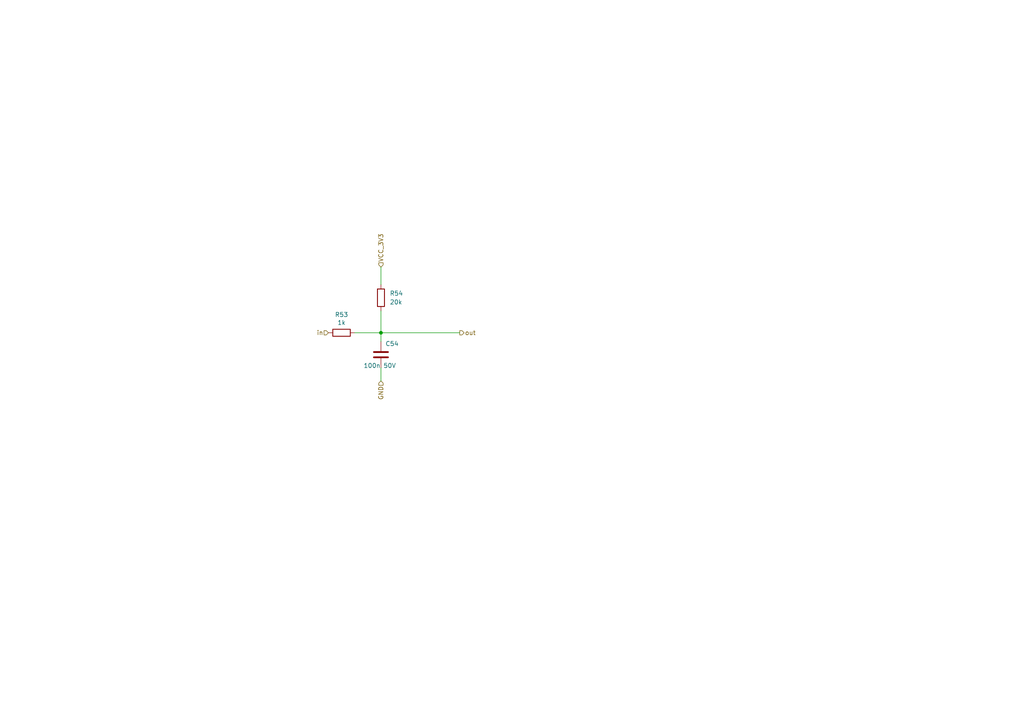
<source format=kicad_sch>
(kicad_sch (version 20211123) (generator eeschema)
  (paper "A4")
  (lib_symbols
    (symbol "Device:C" (pin_numbers hide) (pin_names (offset 0.254))
      (property "Reference" "C" (at 0.635 2.54 0))
      (property "Value" "C" (at 0.635 -2.54 0))
      (symbol "C_0_1"
        (polyline (pts (xy -2.032 -0.762) (xy 2.032 -0.762)) (stroke (width 0.508)))
        (polyline (pts (xy -2.032 0.762) (xy 2.032 0.762)) (stroke (width 0.508)))
      )
      (symbol "C_1_1"
        (pin passive line (at 0 3.81 270) (length 2.794) (name "~") (number "1"))
        (pin passive line (at 0 -3.81 90) (length 2.794) (name "~") (number "2"))
      )
    )
    (symbol "Device:R" (pin_numbers hide) (pin_names (offset 0))
      (property "Reference" "R" (at 2.032 0 90))
      (property "Value" "R" (at 0 0 90))
      (symbol "R_0_1"
        (rectangle (start -1.016 -2.54) (end 1.016 2.54) (stroke (width 0.254)))
      )
      (symbol "R_1_1"
        (pin passive line (at 0 3.81 270) (length 1.27) (name "~") (number "1"))
        (pin passive line (at 0 -3.81 90) (length 1.27) (name "~") (number "2"))
      )
    )
  )
  (junction (at 110.49 96.52))
  (wire (pts (xy 110.49 96.52) (xy 110.49 99.06)))
  (wire (pts (xy 110.49 77.47) (xy 110.49 82.55)))
  (wire (pts (xy 110.49 106.68) (xy 110.49 110.49)))
  (wire (pts (xy 110.49 90.17) (xy 110.49 96.52)))
  (wire (pts (xy 102.87 96.52) (xy 110.49 96.52)))
  (wire (pts (xy 110.49 96.52) (xy 133.35 96.52)))
  (hierarchical_label "VCC_3V3" (shape input) (at 110.49 77.47 90))
  (hierarchical_label "out" (shape output) (at 133.35 96.52 0))
  (hierarchical_label "GND" (shape input) (at 110.49 110.49 270))
  (hierarchical_label "in" (shape input) (at 95.25 96.52 180))
  (symbol (lib_id "Device:R") (at 110.49 86.36 0) (unit 1)
    (property "Reference" "R54" (at 113.03 85.0899 0) (effects (justify left)))
    (property "Value" "20k" (at 113.03 87.6299 0) (effects (justify left)))
    (property "Footprint" "Resistor_SMD:R_0805_2012Metric" (effects hide))
    (property "LCSC" "C4328" (effects hide))
  )
  (symbol (lib_id "Device:R") (at 99.06 96.52 270) (unit 1)
    (property "Reference" "R53" (at 99.06 91.2622 90))
    (property "Value" "1k" (at 99.06 93.5736 90))
    (property "Footprint" "Resistor_SMD:R_1206_3216Metric" (effects hide))
    (property "LCSC" "C4410" (effects hide))
  )
  (symbol (lib_id "Device:C") (at 110.49 102.87 0) (unit 1)
    (property "Reference" "C54" (at 111.76 99.6949 0) (effects (justify left)))
    (property "Value" "100n 50V" (at 105.41 106.0449 0) (effects (justify left)))
    (property "Footprint" "Capacitor_SMD:C_0402_1005Metric" (effects hide))
    (property "LCSC" "C307331" (effects hide))
  )
)
</source>
